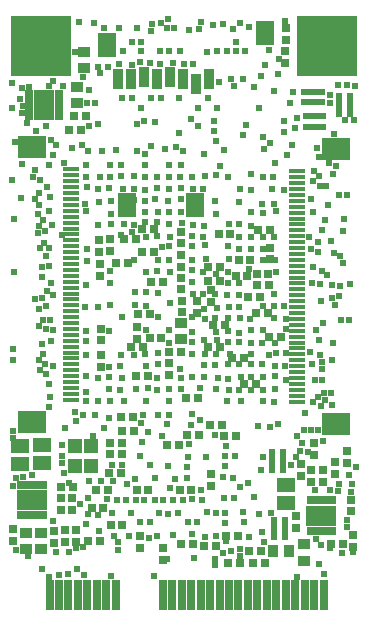
<source format=gbs>
G04 Layer_Color=16711935*
%FSLAX25Y25*%
%MOIN*%
G70*
G01*
G75*
%ADD54R,0.02569X0.02962*%
%ADD55R,0.02962X0.02569*%
%ADD56R,0.03750X0.04143*%
%ADD57R,0.04143X0.03750*%
%ADD63R,0.01978X0.01978*%
%ADD64R,0.01978X0.01978*%
%ADD67R,0.02962X0.10443*%
%ADD72R,0.20285X0.20285*%
%ADD73C,0.02400*%
%ADD74R,0.02765X0.01978*%
%ADD75R,0.06978X0.10246*%
%ADD76R,0.06112X0.04931*%
%ADD77R,0.06112X0.08080*%
%ADD78R,0.05876X0.08474*%
%ADD79R,0.06110X0.08080*%
%ADD80R,0.03750X0.06506*%
%ADD81R,0.04537X0.05128*%
%ADD82R,0.10246X0.06978*%
%ADD83R,0.01978X0.02765*%
%ADD84R,0.05718X0.01781*%
%ADD85R,0.09261X0.07687*%
D54*
X101600Y-152831D02*
D03*
Y-156769D02*
D03*
X19300Y-172831D02*
D03*
Y-176769D02*
D03*
X31000Y-84332D02*
D03*
Y-88269D02*
D03*
X31300Y-105731D02*
D03*
Y-109669D02*
D03*
X43500Y-109069D02*
D03*
Y-105131D02*
D03*
X44500Y-178969D02*
D03*
Y-175031D02*
D03*
X68200Y-158168D02*
D03*
Y-154232D02*
D03*
X54000Y-121168D02*
D03*
Y-117232D02*
D03*
X58100Y-73431D02*
D03*
Y-77368D02*
D03*
X30800Y-80068D02*
D03*
Y-76131D02*
D03*
X92900Y-17268D02*
D03*
Y-13331D02*
D03*
X113300Y-146632D02*
D03*
Y-150568D02*
D03*
X58200Y-92668D02*
D03*
Y-88731D02*
D03*
X68000Y-93032D02*
D03*
Y-96969D02*
D03*
X63300Y-96631D02*
D03*
Y-100568D02*
D03*
X58200Y-85069D02*
D03*
Y-81132D02*
D03*
X58300Y-100368D02*
D03*
Y-96431D02*
D03*
X15900Y-173331D02*
D03*
Y-177269D02*
D03*
X115300Y-178469D02*
D03*
Y-174531D02*
D03*
X98000Y-154868D02*
D03*
Y-150932D02*
D03*
X96600Y-168231D02*
D03*
Y-172169D02*
D03*
X109400Y-154168D02*
D03*
Y-150232D02*
D03*
X93000Y-5632D02*
D03*
Y-9568D02*
D03*
X52100Y-182768D02*
D03*
Y-178832D02*
D03*
X34300Y-75932D02*
D03*
Y-79869D02*
D03*
X102600Y-147968D02*
D03*
Y-144032D02*
D03*
X31600Y-114532D02*
D03*
Y-118468D02*
D03*
X2200Y-176568D02*
D03*
Y-172632D02*
D03*
X18100Y-162132D02*
D03*
Y-166068D02*
D03*
X105300Y-156769D02*
D03*
Y-152831D02*
D03*
X114700Y-166668D02*
D03*
Y-162732D02*
D03*
X87700Y-78732D02*
D03*
Y-82669D02*
D03*
X21800Y-166068D02*
D03*
Y-162132D02*
D03*
X23100Y-176769D02*
D03*
Y-172831D02*
D03*
D55*
X22532Y-34900D02*
D03*
X26469D02*
D03*
X40369Y-84000D02*
D03*
X36432D02*
D03*
X68831Y-104500D02*
D03*
X72768D02*
D03*
X31168Y-176500D02*
D03*
X27231D02*
D03*
X33669Y-159500D02*
D03*
X29732D02*
D03*
X42469Y-139800D02*
D03*
X38532D02*
D03*
X58131Y-177400D02*
D03*
X62068D02*
D03*
X65832Y-178100D02*
D03*
X69769D02*
D03*
X76468Y-141600D02*
D03*
X72531D02*
D03*
X57468Y-144500D02*
D03*
X53531D02*
D03*
X47269Y-159400D02*
D03*
X43332D02*
D03*
X87432Y-108400D02*
D03*
X91369D02*
D03*
X38032Y-135300D02*
D03*
X41969D02*
D03*
X20932Y-39500D02*
D03*
X24869D02*
D03*
X84768Y-179800D02*
D03*
X80831D02*
D03*
X48968Y-72600D02*
D03*
X45031D02*
D03*
X67132Y-112000D02*
D03*
X71069D02*
D03*
X43231Y-121400D02*
D03*
X47168D02*
D03*
X41431Y-111900D02*
D03*
X45368D02*
D03*
X28332Y-165700D02*
D03*
X32269D02*
D03*
X34431Y-143900D02*
D03*
X38368D02*
D03*
X38168Y-153800D02*
D03*
X34231D02*
D03*
X48131Y-90200D02*
D03*
X52069D02*
D03*
X67032Y-85100D02*
D03*
X70969D02*
D03*
Y-90000D02*
D03*
X67032D02*
D03*
X80269Y-88300D02*
D03*
X76332D02*
D03*
X39031Y-76000D02*
D03*
X42968D02*
D03*
X59931Y-128900D02*
D03*
X63868D02*
D03*
X70631Y-74200D02*
D03*
X74568D02*
D03*
X77069Y-174800D02*
D03*
X73132D02*
D03*
X71768Y-138000D02*
D03*
X67831D02*
D03*
X79232Y-124100D02*
D03*
X83169D02*
D03*
X60031Y-141300D02*
D03*
X63968D02*
D03*
X57631Y-159400D02*
D03*
X61568D02*
D03*
X75032Y-115400D02*
D03*
X78969D02*
D03*
X43731Y-101000D02*
D03*
X47668D02*
D03*
X38368Y-147500D02*
D03*
X34431D02*
D03*
X57968Y-113700D02*
D03*
X54031D02*
D03*
X47631Y-109000D02*
D03*
X51569D02*
D03*
X49169Y-80100D02*
D03*
X45232D02*
D03*
X82032Y-184000D02*
D03*
X85969D02*
D03*
X77768D02*
D03*
X73831D02*
D03*
X34631Y-171100D02*
D03*
X38568D02*
D03*
X21969Y-158400D02*
D03*
X18032D02*
D03*
X83232Y-100400D02*
D03*
X87169D02*
D03*
X87300Y-91200D02*
D03*
X83363D02*
D03*
X80563Y-95300D02*
D03*
X84500D02*
D03*
X83332Y-87400D02*
D03*
X87269D02*
D03*
X87868Y-72800D02*
D03*
X83931D02*
D03*
X81269Y-83000D02*
D03*
X77332D02*
D03*
X112169Y-177400D02*
D03*
X108231D02*
D03*
D56*
X88744Y-179800D02*
D03*
X94256D02*
D03*
D57*
X23600Y-25144D02*
D03*
Y-30656D02*
D03*
X25700Y-18956D02*
D03*
Y-13444D02*
D03*
X58100Y-109356D02*
D03*
Y-103844D02*
D03*
X6300Y-179256D02*
D03*
Y-173744D02*
D03*
X11400D02*
D03*
Y-179256D02*
D03*
X99100Y-183156D02*
D03*
Y-177644D02*
D03*
D63*
X99047Y-26728D02*
D03*
X101016D02*
D03*
X102984D02*
D03*
X104953D02*
D03*
X99047Y-30272D02*
D03*
X101016D02*
D03*
X102984D02*
D03*
X104953D02*
D03*
X105553Y-38472D02*
D03*
X103584D02*
D03*
X101616D02*
D03*
X99647D02*
D03*
X105553Y-34928D02*
D03*
X103584D02*
D03*
X101616D02*
D03*
X99647D02*
D03*
D64*
X114372Y-28147D02*
D03*
Y-30116D02*
D03*
Y-32084D02*
D03*
Y-34053D02*
D03*
X110828Y-28147D02*
D03*
Y-30116D02*
D03*
Y-32084D02*
D03*
Y-34053D02*
D03*
X91972Y-146847D02*
D03*
Y-148816D02*
D03*
Y-150784D02*
D03*
Y-152753D02*
D03*
X88428Y-146847D02*
D03*
Y-148816D02*
D03*
Y-150784D02*
D03*
Y-152753D02*
D03*
X89228Y-175353D02*
D03*
Y-173384D02*
D03*
Y-171416D02*
D03*
Y-169447D02*
D03*
X92772Y-175353D02*
D03*
Y-173384D02*
D03*
Y-171416D02*
D03*
Y-169447D02*
D03*
D67*
X14277Y-194694D02*
D03*
X17426D02*
D03*
X20576D02*
D03*
X23726D02*
D03*
X26875D02*
D03*
X30025D02*
D03*
X33174D02*
D03*
X36324D02*
D03*
X52072D02*
D03*
X55222D02*
D03*
X58371D02*
D03*
X61521D02*
D03*
X64670D02*
D03*
X67820D02*
D03*
X70970D02*
D03*
X74119D02*
D03*
X77269D02*
D03*
X80418D02*
D03*
X83568D02*
D03*
X86718D02*
D03*
X89867D02*
D03*
X93017D02*
D03*
X96166D02*
D03*
X99316D02*
D03*
X102466D02*
D03*
X105615D02*
D03*
D72*
X11520Y-11427D02*
D03*
X106795D02*
D03*
D73*
X61900Y-106800D02*
D03*
X26500Y-109800D02*
D03*
X54000Y-110400D02*
D03*
X14700Y-109900D02*
D03*
X12100Y-114200D02*
D03*
X26300Y-121600D02*
D03*
X94800Y-151300D02*
D03*
X103000Y-175800D02*
D03*
X104900Y-177800D02*
D03*
X2500Y-69200D02*
D03*
X85400Y-148500D02*
D03*
X85500Y-126100D02*
D03*
X98600Y-143800D02*
D03*
X97700Y-146600D02*
D03*
X96364Y-148564D02*
D03*
X100300Y-146800D02*
D03*
X105500Y-143300D02*
D03*
X74700Y-179900D02*
D03*
X73100Y-176500D02*
D03*
X15300Y-48000D02*
D03*
X26176Y-64076D02*
D03*
X26600Y-66400D02*
D03*
X21700Y-45500D02*
D03*
X66200Y-54800D02*
D03*
X58000Y-51230D02*
D03*
X57400Y-40600D02*
D03*
X61367Y-35966D02*
D03*
X63900Y-38100D02*
D03*
X69200Y-39900D02*
D03*
X69800Y-54700D02*
D03*
X69529Y-63323D02*
D03*
X77400Y-70900D02*
D03*
X74000Y-70800D02*
D03*
X81600Y-66900D02*
D03*
X65592Y-75134D02*
D03*
X65500Y-59300D02*
D03*
X77600Y-63500D02*
D03*
X81500Y-59700D02*
D03*
X85277Y-67260D02*
D03*
X81400Y-71700D02*
D03*
X81340Y-75134D02*
D03*
X58315Y-70600D02*
D03*
X54200Y-70800D02*
D03*
X50100Y-70300D02*
D03*
X50409Y-83008D02*
D03*
X54000Y-82800D02*
D03*
X42300D02*
D03*
X89180Y-64064D02*
D03*
X92600Y-59400D02*
D03*
X102100Y-56700D02*
D03*
X102600Y-53300D02*
D03*
X104000Y-48700D02*
D03*
X103400Y-45400D02*
D03*
X77403Y-75134D02*
D03*
X88600Y-59300D02*
D03*
X89700Y-66700D02*
D03*
X104200Y-55000D02*
D03*
X101400Y-62500D02*
D03*
X53700Y-63200D02*
D03*
X49400Y-62600D02*
D03*
X89214Y-75134D02*
D03*
X85277D02*
D03*
X46000Y-47600D02*
D03*
X77403Y-79071D02*
D03*
X65956Y-78000D02*
D03*
X66500Y-82672D02*
D03*
X61655Y-86380D02*
D03*
X61800Y-82800D02*
D03*
X38100Y-54900D02*
D03*
X38800Y-59200D02*
D03*
X34000Y-59000D02*
D03*
X30400Y-59100D02*
D03*
X30700Y-63500D02*
D03*
X34800Y-67400D02*
D03*
Y-70900D02*
D03*
X43300Y-37500D02*
D03*
X42500Y-55000D02*
D03*
X42300Y-59300D02*
D03*
X38100Y-51200D02*
D03*
X31100Y-55200D02*
D03*
X30500Y-71300D02*
D03*
X46472Y-86945D02*
D03*
X38100Y-74700D02*
D03*
X50100Y-86500D02*
D03*
X54181Y-78200D02*
D03*
X51783Y-78408D02*
D03*
X46505Y-93500D02*
D03*
X50500Y-101900D02*
D03*
X42700Y-93400D02*
D03*
X34550Y-51317D02*
D03*
X50300Y-67000D02*
D03*
X46200D02*
D03*
X38500Y-101800D02*
D03*
X34100Y-106400D02*
D03*
X26700Y-79200D02*
D03*
X26800Y-58700D02*
D03*
X26700Y-83100D02*
D03*
X73800Y-87000D02*
D03*
X10757Y-99252D02*
D03*
Y-104790D02*
D03*
X11700Y-110900D02*
D03*
X12900Y-117500D02*
D03*
X13200Y-120800D02*
D03*
X14000Y-124200D02*
D03*
X12000Y-102800D02*
D03*
X13000Y-105800D02*
D03*
X14375Y-102858D02*
D03*
X15300Y-106300D02*
D03*
X9500Y-95950D02*
D03*
X13000Y-98100D02*
D03*
X11800Y-95500D02*
D03*
X10700Y-116300D02*
D03*
X11100Y-119600D02*
D03*
X15300Y-118200D02*
D03*
X54200Y-106200D02*
D03*
X12900Y-73100D02*
D03*
X18329Y-74446D02*
D03*
X10600Y-73900D02*
D03*
X26400Y-91200D02*
D03*
X26200Y-98600D02*
D03*
X38200Y-114500D02*
D03*
X70100Y-109700D02*
D03*
X77800Y-102300D02*
D03*
X70192Y-98800D02*
D03*
X65737Y-109716D02*
D03*
X15100Y-71100D02*
D03*
X14100Y-78900D02*
D03*
X13200Y-81400D02*
D03*
X14200Y-84900D02*
D03*
X11900Y-85200D02*
D03*
X10800Y-71500D02*
D03*
X10600Y-67400D02*
D03*
X12000Y-69400D02*
D03*
X14200Y-66600D02*
D03*
X74000Y-82700D02*
D03*
X65592Y-86945D02*
D03*
X73730Y-78100D02*
D03*
X61700Y-90300D02*
D03*
X73900Y-90400D02*
D03*
X77500Y-90700D02*
D03*
Y-94400D02*
D03*
X11900Y-88700D02*
D03*
X11100Y-79000D02*
D03*
X14700Y-90600D02*
D03*
X2200Y-116100D02*
D03*
X22700Y-133700D02*
D03*
X19500Y-139000D02*
D03*
X2100Y-112700D02*
D03*
X34100Y-118400D02*
D03*
X37700Y-118200D02*
D03*
X34200Y-122000D02*
D03*
X34400Y-129900D02*
D03*
X42500Y-114483D02*
D03*
X73900Y-110200D02*
D03*
X104500Y-114500D02*
D03*
X73700Y-102200D02*
D03*
X61700Y-110100D02*
D03*
X66000Y-102500D02*
D03*
X93000Y-102600D02*
D03*
X93100Y-106000D02*
D03*
X85600Y-106200D02*
D03*
X105000Y-116900D02*
D03*
X103916Y-80101D02*
D03*
X103900Y-76800D02*
D03*
X104100Y-109600D02*
D03*
X103100Y-106300D02*
D03*
X105500Y-103900D02*
D03*
X85277Y-98191D02*
D03*
X89214D02*
D03*
X77900Y-181400D02*
D03*
X92600Y-98100D02*
D03*
X77900Y-179100D02*
D03*
X69300Y-184700D02*
D03*
X37100Y-179400D02*
D03*
Y-177000D02*
D03*
X69300Y-182400D02*
D03*
X53500Y-182600D02*
D03*
X35800Y-175000D02*
D03*
X30700Y-173300D02*
D03*
X65810Y-99116D02*
D03*
X62257Y-94150D02*
D03*
X65600Y-94300D02*
D03*
X77600Y-98700D02*
D03*
X104300Y-58200D02*
D03*
X106600Y-58300D02*
D03*
X110800Y-61200D02*
D03*
X113400D02*
D03*
X107300Y-50700D02*
D03*
X109800Y-51700D02*
D03*
X108900Y-54300D02*
D03*
X51300Y-3900D02*
D03*
X53900Y-2600D02*
D03*
X64200Y-5900D02*
D03*
X64900Y-3600D02*
D03*
X68700Y-4400D02*
D03*
X53600Y-5400D02*
D03*
X48500Y-4200D02*
D03*
X44400Y-16800D02*
D03*
X51200Y-17700D02*
D03*
X85500Y-55300D02*
D03*
X88800Y-55167D02*
D03*
X95100Y-44500D02*
D03*
X89214Y-94254D02*
D03*
X46200Y-114200D02*
D03*
X43000Y-125992D02*
D03*
X27600Y-156500D02*
D03*
X78900Y-166900D02*
D03*
X62600Y-182200D02*
D03*
X13400Y-93300D02*
D03*
X14400Y-62050D02*
D03*
X13300Y-58600D02*
D03*
X14000Y-51300D02*
D03*
X30300Y-18400D02*
D03*
X16400Y-44700D02*
D03*
X14700Y-43000D02*
D03*
X13200Y-38100D02*
D03*
X66000Y-114300D02*
D03*
X61900Y-101900D02*
D03*
X26500Y-126800D02*
D03*
X54346Y-86945D02*
D03*
X61800Y-74800D02*
D03*
X61900Y-78100D02*
D03*
X46200Y-55100D02*
D03*
X81486Y-54324D02*
D03*
X18900Y-24900D02*
D03*
X22800Y-13400D02*
D03*
X27600Y-38100D02*
D03*
X89300Y-50400D02*
D03*
X101300Y-79300D02*
D03*
X65900Y-118000D02*
D03*
X57700Y-119100D02*
D03*
X46300Y-118200D02*
D03*
X39022Y-129970D02*
D03*
X34100Y-125900D02*
D03*
X77933Y-158700D02*
D03*
X72848Y-170438D02*
D03*
X81400Y-79100D02*
D03*
X85277Y-83008D02*
D03*
X93400Y-47900D02*
D03*
X96200Y-39000D02*
D03*
X96900Y-35700D02*
D03*
X94500Y-30400D02*
D03*
X95300Y-27000D02*
D03*
X92500Y-40200D02*
D03*
X69300Y-141300D02*
D03*
X75300Y-5900D02*
D03*
X25700Y-188000D02*
D03*
X50500Y-94000D02*
D03*
X27100Y-162100D02*
D03*
X24600Y-164300D02*
D03*
X27200Y-167700D02*
D03*
X20700Y-157200D02*
D03*
X19200Y-153900D02*
D03*
X26600Y-171000D02*
D03*
X25400Y-178672D02*
D03*
X23100Y-178900D02*
D03*
X20800Y-180100D02*
D03*
X36628Y-162772D02*
D03*
X9600Y-62700D02*
D03*
X74100Y-98600D02*
D03*
X54400Y-97300D02*
D03*
X42800Y-98000D02*
D03*
X69600Y-94200D02*
D03*
X46472Y-106065D02*
D03*
X47700Y-170300D02*
D03*
X85700Y-176800D02*
D03*
X85200Y-173400D02*
D03*
X88100Y-167300D02*
D03*
X113500Y-24600D02*
D03*
X43327Y-5527D02*
D03*
X96800Y-188400D02*
D03*
X113300Y-171900D02*
D03*
X50000Y-175000D02*
D03*
X80700Y-5100D02*
D03*
X72000Y-4300D02*
D03*
X44800Y-13100D02*
D03*
X85243Y-64064D02*
D03*
X69200Y-36600D02*
D03*
X116100Y-24800D02*
D03*
X47000Y-140300D02*
D03*
X44500Y-148300D02*
D03*
X45200Y-143700D02*
D03*
X51630Y-141663D02*
D03*
X73400Y-94400D02*
D03*
X100900Y-75100D02*
D03*
X11900Y-185800D02*
D03*
X20600Y-187400D02*
D03*
X90600Y-20868D02*
D03*
X55925Y-5425D02*
D03*
X110300Y-24700D02*
D03*
X73700Y-55100D02*
D03*
X54236Y-13226D02*
D03*
X60700Y-6200D02*
D03*
X58800Y-46600D02*
D03*
X58000Y-62396D02*
D03*
X52776Y-45924D02*
D03*
X57933Y-55100D02*
D03*
X63800Y-32100D02*
D03*
X57400Y-28874D02*
D03*
X55600Y-17300D02*
D03*
X70213Y-32124D02*
D03*
X70900Y-23500D02*
D03*
X65900Y-71500D02*
D03*
X65700Y-47400D02*
D03*
X76400Y-13200D02*
D03*
X70000Y-13210D02*
D03*
X51275Y-28900D02*
D03*
X50033Y-55266D02*
D03*
X26600Y-55200D02*
D03*
Y-51200D02*
D03*
X50100Y-59000D02*
D03*
X41900Y-17800D02*
D03*
X54100Y-51300D02*
D03*
X56300Y-45300D02*
D03*
X54400Y-159000D02*
D03*
X57214Y-167174D02*
D03*
X60582Y-148495D02*
D03*
X72200Y-155200D02*
D03*
X87700Y-138500D02*
D03*
X90400Y-137600D02*
D03*
X83700Y-138300D02*
D03*
X76172Y-148336D02*
D03*
X72900Y-151400D02*
D03*
X82300Y-161800D02*
D03*
X84200Y-167400D02*
D03*
X84800Y-153000D02*
D03*
X96900Y-141700D02*
D03*
X72800Y-148300D02*
D03*
X74200Y-126100D02*
D03*
X78000Y-121800D02*
D03*
X64300Y-136300D02*
D03*
X73400Y-129900D02*
D03*
X79200Y-170300D02*
D03*
X80300Y-157100D02*
D03*
X72900Y-167122D02*
D03*
X60100Y-155500D02*
D03*
X60043Y-151747D02*
D03*
X69900Y-126000D02*
D03*
X64600Y-125700D02*
D03*
X77500Y-126100D02*
D03*
X70500Y-122100D02*
D03*
X73700Y-122500D02*
D03*
X65900Y-122000D02*
D03*
X25400Y-134600D02*
D03*
X23200Y-136400D02*
D03*
X35564Y-156398D02*
D03*
X30400Y-130000D02*
D03*
X29300Y-134700D02*
D03*
X31600Y-156500D02*
D03*
X32400Y-138800D02*
D03*
X38450Y-151292D02*
D03*
X37700Y-126100D02*
D03*
X47700Y-151300D02*
D03*
X52000Y-162800D02*
D03*
X50500Y-134500D02*
D03*
X50050Y-126100D02*
D03*
X49300Y-162800D02*
D03*
X45500Y-134500D02*
D03*
X44900Y-137200D02*
D03*
X53700Y-167400D02*
D03*
X49600Y-155700D02*
D03*
X56100Y-155800D02*
D03*
X53300Y-137600D02*
D03*
X47200Y-125700D02*
D03*
X53836Y-151426D02*
D03*
X35121Y-151244D02*
D03*
X40100Y-157500D02*
D03*
X42800Y-156000D02*
D03*
X54100Y-126000D02*
D03*
X55300Y-162800D02*
D03*
X61900Y-114300D02*
D03*
X34154Y-135400D02*
D03*
X26500Y-129900D02*
D03*
X38400Y-122100D02*
D03*
X43100Y-162800D02*
D03*
X50200Y-122225D02*
D03*
X46300Y-129967D02*
D03*
X45800Y-162800D02*
D03*
X54100Y-134400D02*
D03*
Y-130000D02*
D03*
X58004Y-122100D02*
D03*
X35000Y-167227D02*
D03*
X41400Y-167200D02*
D03*
X50800D02*
D03*
X33478Y-162678D02*
D03*
X39777Y-162723D02*
D03*
X61655Y-121814D02*
D03*
X85277Y-79071D02*
D03*
X75400Y-155700D02*
D03*
X69672Y-167200D02*
D03*
X61600Y-137900D02*
D03*
X61700Y-134200D02*
D03*
X64900Y-159600D02*
D03*
X58675Y-162825D02*
D03*
X65200Y-162900D02*
D03*
X66822Y-166787D02*
D03*
X61900Y-162700D02*
D03*
X60700Y-144300D02*
D03*
X72400Y-162300D02*
D03*
X66700Y-13400D02*
D03*
X57614Y-13226D02*
D03*
X51000Y-13100D02*
D03*
X46200Y-51200D02*
D03*
X48100Y-44800D02*
D03*
X44900Y-32200D02*
D03*
X48025Y-29000D02*
D03*
X45700Y-36500D02*
D03*
X43400Y-46600D02*
D03*
X47900Y-17100D02*
D03*
X36400Y-46100D02*
D03*
X46100Y-59400D02*
D03*
X38500Y-28986D02*
D03*
X41800Y-28900D02*
D03*
X38700Y-13200D02*
D03*
X34400Y-55189D02*
D03*
X30600Y-37700D02*
D03*
X31800Y-46400D02*
D03*
X25200Y-44500D02*
D03*
X27000Y-46700D02*
D03*
X27500Y-26100D02*
D03*
X37600Y-17500D02*
D03*
X33927Y-18499D02*
D03*
X31100Y-20600D02*
D03*
X71021Y-51546D02*
D03*
X77800Y-59200D02*
D03*
X58100Y-59000D02*
D03*
X54100Y-59100D02*
D03*
X54000Y-55200D02*
D03*
X49500Y-37000D02*
D03*
X76500Y-10179D02*
D03*
X74700Y-22400D02*
D03*
X73293Y-13295D02*
D03*
X69800Y-43300D02*
D03*
X72500Y-46200D02*
D03*
X79700Y-37900D02*
D03*
X82600Y-25100D02*
D03*
X78900Y-22700D02*
D03*
X75900Y-24900D02*
D03*
X69872Y-67623D02*
D03*
X62000Y-71200D02*
D03*
X79573Y-13200D02*
D03*
X86100Y-17800D02*
D03*
X84800Y-21700D02*
D03*
X87300Y-13000D02*
D03*
X89000Y-26500D02*
D03*
X54100Y-67015D02*
D03*
X78800Y-41300D02*
D03*
X87700Y-44000D02*
D03*
X85700Y-45800D02*
D03*
X85600Y-41900D02*
D03*
X84100Y-32100D02*
D03*
X107800Y-30500D02*
D03*
X67000Y-29000D02*
D03*
X62000Y-59167D02*
D03*
X61900Y-55100D02*
D03*
X62200Y-17500D02*
D03*
X59000Y-17400D02*
D03*
X55525Y-174425D02*
D03*
X2000Y-139900D02*
D03*
X28900Y-141433D02*
D03*
X10800Y-60400D02*
D03*
X112700Y-36100D02*
D03*
X80800Y-175100D02*
D03*
X66400Y-148500D02*
D03*
X75700Y-162100D02*
D03*
X2700Y-43400D02*
D03*
X5000Y-25600D02*
D03*
X7500Y-25200D02*
D03*
X29100Y-4000D02*
D03*
X109200Y-40900D02*
D03*
X92700Y-3100D02*
D03*
X6800Y-37300D02*
D03*
X11000Y-56200D02*
D03*
X37300Y-5600D02*
D03*
X32500Y-5700D02*
D03*
X90900Y-15800D02*
D03*
X2400Y-86800D02*
D03*
X2000Y-142200D02*
D03*
X7000Y-181400D02*
D03*
X15300Y-170000D02*
D03*
X9500Y-52800D02*
D03*
X8847Y-55100D02*
D03*
X19100Y-50700D02*
D03*
X107900Y-28000D02*
D03*
X29400Y-30500D02*
D03*
X26800Y-30600D02*
D03*
X58000Y-125900D02*
D03*
X73077Y-145050D02*
D03*
X14200Y-188400D02*
D03*
X17300Y-187900D02*
D03*
X34700Y-188200D02*
D03*
X63600Y-170200D02*
D03*
X47500Y-175700D02*
D03*
X69900Y-175000D02*
D03*
X60300Y-170300D02*
D03*
X66000Y-175200D02*
D03*
X61824Y-174376D02*
D03*
X72200Y-180600D02*
D03*
X40800Y-174800D02*
D03*
X44400Y-170300D02*
D03*
X18400Y-144600D02*
D03*
X23600Y-185900D02*
D03*
X30300Y-167800D02*
D03*
X89500Y-82800D02*
D03*
X9700Y-40000D02*
D03*
X10900Y-64700D02*
D03*
X3200Y-179400D02*
D03*
X16400Y-180300D02*
D03*
X102200Y-67000D02*
D03*
X109100Y-80400D02*
D03*
X111153Y-81600D02*
D03*
X89750Y-86900D02*
D03*
X108700Y-110700D02*
D03*
X101200Y-113700D02*
D03*
X34700Y-63100D02*
D03*
X46000Y-63200D02*
D03*
X42600Y-63000D02*
D03*
X42535Y-71197D02*
D03*
X46300Y-98100D02*
D03*
X30400Y-98400D02*
D03*
X39100Y-70900D02*
D03*
X12546Y-77154D02*
D03*
X41900Y-73700D02*
D03*
X46472Y-75134D02*
D03*
X54346D02*
D03*
X50200Y-74900D02*
D03*
X46000Y-70300D02*
D03*
X14300Y-128600D02*
D03*
X14000Y-131900D02*
D03*
X30400Y-122200D02*
D03*
X26500Y-114400D02*
D03*
Y-106500D02*
D03*
X15400Y-94600D02*
D03*
X69800Y-87400D02*
D03*
X34300Y-86500D02*
D03*
X34400Y-90600D02*
D03*
X14368Y-29331D02*
D03*
X10431D02*
D03*
X14368Y-33268D02*
D03*
X10431D02*
D03*
X10469Y-164868D02*
D03*
Y-160932D02*
D03*
X6532Y-164868D02*
D03*
Y-160932D02*
D03*
X108100Y-76700D02*
D03*
X112000Y-73300D02*
D03*
X80850Y-86016D02*
D03*
X108500Y-116100D02*
D03*
X102900Y-159500D02*
D03*
X107783Y-159541D02*
D03*
X115300Y-180200D02*
D03*
X103982Y-184282D02*
D03*
X110800Y-157500D02*
D03*
X24000Y-3700D02*
D03*
X77900Y-3800D02*
D03*
X1900Y-56300D02*
D03*
Y-24000D02*
D03*
X4900Y-62200D02*
D03*
X5200Y-51000D02*
D03*
X49100Y-188200D02*
D03*
X110500Y-159900D02*
D03*
X92300Y-36700D02*
D03*
X112331Y-69169D02*
D03*
X5600Y-31500D02*
D03*
X2196Y-158100D02*
D03*
X107000Y-64600D02*
D03*
X5531Y-155168D02*
D03*
X5000Y-33968D02*
D03*
X4487Y-29316D02*
D03*
X1896Y-32245D02*
D03*
X102931Y-170069D02*
D03*
X107739Y-179014D02*
D03*
X106869Y-166131D02*
D03*
Y-170069D02*
D03*
X102931Y-166131D02*
D03*
X111900Y-180400D02*
D03*
X105800Y-187400D02*
D03*
X3200Y-155637D02*
D03*
X8563Y-154429D02*
D03*
X18308Y-148236D02*
D03*
Y-150598D02*
D03*
X57978Y-67000D02*
D03*
X115800Y-36200D02*
D03*
X50500Y-117400D02*
D03*
X50600Y-114000D02*
D03*
X34400Y-97900D02*
D03*
X14100Y-24900D02*
D03*
X15300Y-23100D02*
D03*
X44900Y-10100D02*
D03*
X41842Y-10100D02*
D03*
X48100Y-6500D02*
D03*
X25400Y-21900D02*
D03*
X102100Y-85100D02*
D03*
X101900Y-90400D02*
D03*
X104600Y-90900D02*
D03*
X110900Y-94900D02*
D03*
X112200Y-84000D02*
D03*
X108600Y-95700D02*
D03*
X108300Y-91100D02*
D03*
X103800Y-139600D02*
D03*
X69529Y-117877D02*
D03*
Y-102129D02*
D03*
X69700Y-114300D02*
D03*
X73800Y-106400D02*
D03*
X69836Y-106728D02*
D03*
X73850Y-117684D02*
D03*
X101400Y-139600D02*
D03*
X106200Y-129647D02*
D03*
X108100Y-127300D02*
D03*
X89300Y-118100D02*
D03*
X85300Y-121800D02*
D03*
X89600Y-121500D02*
D03*
X93043Y-113905D02*
D03*
X81100Y-102400D02*
D03*
X81340Y-106065D02*
D03*
X85000Y-110400D02*
D03*
X89214Y-102129D02*
D03*
X89200Y-130200D02*
D03*
X105800Y-127347D02*
D03*
X105100Y-123000D02*
D03*
X93100Y-122900D02*
D03*
X92800Y-118300D02*
D03*
X85500Y-129900D02*
D03*
X105200Y-119200D02*
D03*
X101700Y-117500D02*
D03*
X89600Y-125800D02*
D03*
X81500Y-126300D02*
D03*
X78100Y-129900D02*
D03*
X81340Y-121814D02*
D03*
X77500Y-117700D02*
D03*
X81300Y-117400D02*
D03*
X89400Y-110500D02*
D03*
X89700Y-113900D02*
D03*
X74300Y-114100D02*
D03*
X77490Y-107250D02*
D03*
X77500Y-110200D02*
D03*
X87271Y-114538D02*
D03*
X104950Y-72900D02*
D03*
X106000Y-69600D02*
D03*
X114300Y-91000D02*
D03*
X104900Y-96700D02*
D03*
X109600Y-98000D02*
D03*
X106900Y-88000D02*
D03*
X105200Y-86400D02*
D03*
X111000Y-91400D02*
D03*
X114100Y-102900D02*
D03*
X111500Y-102800D02*
D03*
X102753Y-123000D02*
D03*
X99000Y-139400D02*
D03*
X99600Y-133900D02*
D03*
X102200Y-130300D02*
D03*
X103800Y-128600D02*
D03*
X104800Y-131500D02*
D03*
X108500Y-131100D02*
D03*
X113400Y-169400D02*
D03*
X114800Y-160200D02*
D03*
X115100Y-157500D02*
D03*
X114200Y-154400D02*
D03*
X116400Y-151900D02*
D03*
X85100Y-117400D02*
D03*
X81400Y-110500D02*
D03*
X81500Y-114100D02*
D03*
D74*
X17459Y-27363D02*
D03*
Y-29331D02*
D03*
Y-31300D02*
D03*
Y-33268D02*
D03*
Y-35237D02*
D03*
X7341Y-27363D02*
D03*
Y-29331D02*
D03*
Y-31300D02*
D03*
Y-33268D02*
D03*
Y-35237D02*
D03*
D75*
X12400Y-31300D02*
D03*
D76*
X4400Y-150753D02*
D03*
Y-144847D02*
D03*
X93000Y-157847D02*
D03*
Y-163753D02*
D03*
X11900Y-150553D02*
D03*
Y-144647D02*
D03*
D77*
X62610Y-64600D02*
D03*
X86210Y-7330D02*
D03*
D78*
X40170Y-64600D02*
D03*
D79*
X33460Y-11220D02*
D03*
D80*
X58650Y-22600D02*
D03*
X62980Y-24167D02*
D03*
X67310Y-22600D02*
D03*
X54320Y-21810D02*
D03*
X49990Y-22600D02*
D03*
X45660Y-21810D02*
D03*
X41330Y-22600D02*
D03*
X37000D02*
D03*
D81*
X28058Y-144954D02*
D03*
X22742D02*
D03*
X28058Y-151646D02*
D03*
X22742D02*
D03*
D82*
X8500Y-162900D02*
D03*
X104900Y-168100D02*
D03*
D83*
X12437Y-167959D02*
D03*
X10469D02*
D03*
X8500D02*
D03*
X6532D02*
D03*
X4563D02*
D03*
X12437Y-157841D02*
D03*
X10469D02*
D03*
X8500D02*
D03*
X6532D02*
D03*
X4563D02*
D03*
X108837Y-173159D02*
D03*
X106869D02*
D03*
X104900D02*
D03*
X102931D02*
D03*
X100963D02*
D03*
X108837Y-163041D02*
D03*
X106869D02*
D03*
X104900D02*
D03*
X102931D02*
D03*
X100963D02*
D03*
D84*
X21398Y-129486D02*
D03*
Y-127517D02*
D03*
Y-125549D02*
D03*
Y-123580D02*
D03*
Y-121612D02*
D03*
Y-119643D02*
D03*
Y-117675D02*
D03*
Y-115706D02*
D03*
Y-113738D02*
D03*
Y-111769D02*
D03*
Y-109801D02*
D03*
Y-107832D02*
D03*
Y-105864D02*
D03*
Y-103895D02*
D03*
Y-101927D02*
D03*
Y-99958D02*
D03*
Y-97990D02*
D03*
Y-96021D02*
D03*
Y-94053D02*
D03*
Y-92084D02*
D03*
Y-90116D02*
D03*
Y-88147D02*
D03*
Y-86179D02*
D03*
Y-84210D02*
D03*
Y-82242D02*
D03*
Y-80273D02*
D03*
Y-78305D02*
D03*
Y-76336D02*
D03*
Y-74368D02*
D03*
Y-72399D02*
D03*
Y-70431D02*
D03*
Y-68462D02*
D03*
Y-66494D02*
D03*
Y-64525D02*
D03*
Y-62557D02*
D03*
Y-60588D02*
D03*
Y-58620D02*
D03*
Y-56651D02*
D03*
Y-54683D02*
D03*
Y-52714D02*
D03*
X96902Y-130086D02*
D03*
Y-128117D02*
D03*
Y-126149D02*
D03*
Y-124180D02*
D03*
Y-122212D02*
D03*
Y-120243D02*
D03*
Y-118275D02*
D03*
Y-116306D02*
D03*
Y-114338D02*
D03*
Y-112369D02*
D03*
Y-110401D02*
D03*
Y-108432D02*
D03*
Y-106464D02*
D03*
Y-104495D02*
D03*
Y-102527D02*
D03*
Y-100558D02*
D03*
Y-98590D02*
D03*
Y-96621D02*
D03*
Y-94653D02*
D03*
Y-92684D02*
D03*
Y-90716D02*
D03*
Y-88747D02*
D03*
Y-86779D02*
D03*
Y-84810D02*
D03*
Y-82842D02*
D03*
Y-80873D02*
D03*
Y-78905D02*
D03*
Y-76936D02*
D03*
Y-74968D02*
D03*
Y-72999D02*
D03*
Y-71031D02*
D03*
Y-69062D02*
D03*
Y-67094D02*
D03*
Y-65125D02*
D03*
Y-63157D02*
D03*
Y-61188D02*
D03*
Y-59220D02*
D03*
Y-57251D02*
D03*
Y-55283D02*
D03*
Y-53314D02*
D03*
D85*
X8602Y-45234D02*
D03*
Y-136966D02*
D03*
X109698Y-45834D02*
D03*
Y-137566D02*
D03*
M02*

</source>
